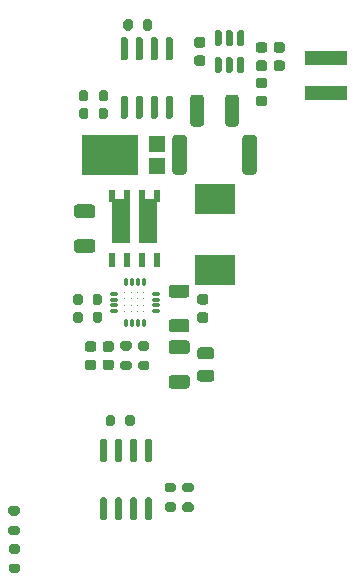
<source format=gtp>
G04 #@! TF.GenerationSoftware,KiCad,Pcbnew,9.0.1+1*
G04 #@! TF.CreationDate,2025-11-11T14:39:54+00:00*
G04 #@! TF.ProjectId,mppt-charge,6d707074-2d63-4686-9172-67652e6b6963,0.2*
G04 #@! TF.SameCoordinates,Original*
G04 #@! TF.FileFunction,Paste,Top*
G04 #@! TF.FilePolarity,Positive*
%FSLAX46Y46*%
G04 Gerber Fmt 4.6, Leading zero omitted, Abs format (unit mm)*
G04 Created by KiCad (PCBNEW 9.0.1+1) date 2025-11-11 14:39:54*
%MOMM*%
%LPD*%
G01*
G04 APERTURE LIST*
%ADD10R,3.600000X1.150000*%
%ADD11R,0.610000X1.270000*%
%ADD12R,1.650000X3.810000*%
%ADD13R,0.610000X1.020000*%
%ADD14R,3.500000X2.500000*%
%ADD15R,4.860000X3.360000*%
%ADD16R,1.400000X1.390000*%
%ADD17R,0.000001X0.000001*%
%ADD18O,0.800000X0.280000*%
%ADD19O,0.280000X0.800000*%
G04 APERTURE END LIST*
G36*
G01*
X105625000Y-98435000D02*
X106125000Y-98435000D01*
G75*
G02*
X106350000Y-98660000I0J-225000D01*
G01*
X106350000Y-99110000D01*
G75*
G02*
X106125000Y-99335000I-225000J0D01*
G01*
X105625000Y-99335000D01*
G75*
G02*
X105400000Y-99110000I0J225000D01*
G01*
X105400000Y-98660000D01*
G75*
G02*
X105625000Y-98435000I225000J0D01*
G01*
G37*
G36*
G01*
X105625000Y-99985000D02*
X106125000Y-99985000D01*
G75*
G02*
X106350000Y-100210000I0J-225000D01*
G01*
X106350000Y-100660000D01*
G75*
G02*
X106125000Y-100885000I-225000J0D01*
G01*
X105625000Y-100885000D01*
G75*
G02*
X105400000Y-100660000I0J225000D01*
G01*
X105400000Y-100210000D01*
G75*
G02*
X105625000Y-99985000I225000J0D01*
G01*
G37*
G36*
G01*
X111300000Y-84085000D02*
X111300000Y-81235000D01*
G75*
G02*
X111550000Y-80985000I250000J0D01*
G01*
X112275000Y-80985000D01*
G75*
G02*
X112525000Y-81235000I0J-250000D01*
G01*
X112525000Y-84085000D01*
G75*
G02*
X112275000Y-84335000I-250000J0D01*
G01*
X111550000Y-84335000D01*
G75*
G02*
X111300000Y-84085000I0J250000D01*
G01*
G37*
G36*
G01*
X117225000Y-84085000D02*
X117225000Y-81235000D01*
G75*
G02*
X117475000Y-80985000I250000J0D01*
G01*
X118200000Y-80985000D01*
G75*
G02*
X118450000Y-81235000I0J-250000D01*
G01*
X118450000Y-84085000D01*
G75*
G02*
X118200000Y-84335000I-250000J0D01*
G01*
X117475000Y-84335000D01*
G75*
G02*
X117225000Y-84085000I0J250000D01*
G01*
G37*
G36*
G01*
X107370000Y-79610000D02*
X107070000Y-79610000D01*
G75*
G02*
X106920000Y-79460000I0J150000D01*
G01*
X106920000Y-77810000D01*
G75*
G02*
X107070000Y-77660000I150000J0D01*
G01*
X107370000Y-77660000D01*
G75*
G02*
X107520000Y-77810000I0J-150000D01*
G01*
X107520000Y-79460000D01*
G75*
G02*
X107370000Y-79610000I-150000J0D01*
G01*
G37*
G36*
G01*
X108640000Y-79610000D02*
X108340000Y-79610000D01*
G75*
G02*
X108190000Y-79460000I0J150000D01*
G01*
X108190000Y-77810000D01*
G75*
G02*
X108340000Y-77660000I150000J0D01*
G01*
X108640000Y-77660000D01*
G75*
G02*
X108790000Y-77810000I0J-150000D01*
G01*
X108790000Y-79460000D01*
G75*
G02*
X108640000Y-79610000I-150000J0D01*
G01*
G37*
G36*
G01*
X109910000Y-79610000D02*
X109610000Y-79610000D01*
G75*
G02*
X109460000Y-79460000I0J150000D01*
G01*
X109460000Y-77810000D01*
G75*
G02*
X109610000Y-77660000I150000J0D01*
G01*
X109910000Y-77660000D01*
G75*
G02*
X110060000Y-77810000I0J-150000D01*
G01*
X110060000Y-79460000D01*
G75*
G02*
X109910000Y-79610000I-150000J0D01*
G01*
G37*
G36*
G01*
X111180000Y-79610000D02*
X110880000Y-79610000D01*
G75*
G02*
X110730000Y-79460000I0J150000D01*
G01*
X110730000Y-77810000D01*
G75*
G02*
X110880000Y-77660000I150000J0D01*
G01*
X111180000Y-77660000D01*
G75*
G02*
X111330000Y-77810000I0J-150000D01*
G01*
X111330000Y-79460000D01*
G75*
G02*
X111180000Y-79610000I-150000J0D01*
G01*
G37*
G36*
G01*
X111180000Y-74660000D02*
X110880000Y-74660000D01*
G75*
G02*
X110730000Y-74510000I0J150000D01*
G01*
X110730000Y-72860000D01*
G75*
G02*
X110880000Y-72710000I150000J0D01*
G01*
X111180000Y-72710000D01*
G75*
G02*
X111330000Y-72860000I0J-150000D01*
G01*
X111330000Y-74510000D01*
G75*
G02*
X111180000Y-74660000I-150000J0D01*
G01*
G37*
G36*
G01*
X109910000Y-74660000D02*
X109610000Y-74660000D01*
G75*
G02*
X109460000Y-74510000I0J150000D01*
G01*
X109460000Y-72860000D01*
G75*
G02*
X109610000Y-72710000I150000J0D01*
G01*
X109910000Y-72710000D01*
G75*
G02*
X110060000Y-72860000I0J-150000D01*
G01*
X110060000Y-74510000D01*
G75*
G02*
X109910000Y-74660000I-150000J0D01*
G01*
G37*
G36*
G01*
X108640000Y-74660000D02*
X108340000Y-74660000D01*
G75*
G02*
X108190000Y-74510000I0J150000D01*
G01*
X108190000Y-72860000D01*
G75*
G02*
X108340000Y-72710000I150000J0D01*
G01*
X108640000Y-72710000D01*
G75*
G02*
X108790000Y-72860000I0J-150000D01*
G01*
X108790000Y-74510000D01*
G75*
G02*
X108640000Y-74660000I-150000J0D01*
G01*
G37*
G36*
G01*
X107370000Y-74660000D02*
X107070000Y-74660000D01*
G75*
G02*
X106920000Y-74510000I0J150000D01*
G01*
X106920000Y-72860000D01*
G75*
G02*
X107070000Y-72710000I150000J0D01*
G01*
X107370000Y-72710000D01*
G75*
G02*
X107520000Y-72860000I0J-150000D01*
G01*
X107520000Y-74510000D01*
G75*
G02*
X107370000Y-74660000I-150000J0D01*
G01*
G37*
G36*
G01*
X97625000Y-112397500D02*
X98175000Y-112397500D01*
G75*
G02*
X98375000Y-112597500I0J-200000D01*
G01*
X98375000Y-112997500D01*
G75*
G02*
X98175000Y-113197500I-200000J0D01*
G01*
X97625000Y-113197500D01*
G75*
G02*
X97425000Y-112997500I0J200000D01*
G01*
X97425000Y-112597500D01*
G75*
G02*
X97625000Y-112397500I200000J0D01*
G01*
G37*
G36*
G01*
X97625000Y-114047500D02*
X98175000Y-114047500D01*
G75*
G02*
X98375000Y-114247500I0J-200000D01*
G01*
X98375000Y-114647500D01*
G75*
G02*
X98175000Y-114847500I-200000J0D01*
G01*
X97625000Y-114847500D01*
G75*
G02*
X97425000Y-114647500I0J200000D01*
G01*
X97425000Y-114247500D01*
G75*
G02*
X97625000Y-114047500I200000J0D01*
G01*
G37*
G36*
G01*
X97650000Y-115610000D02*
X98200000Y-115610000D01*
G75*
G02*
X98400000Y-115810000I0J-200000D01*
G01*
X98400000Y-116210000D01*
G75*
G02*
X98200000Y-116410000I-200000J0D01*
G01*
X97650000Y-116410000D01*
G75*
G02*
X97450000Y-116210000I0J200000D01*
G01*
X97450000Y-115810000D01*
G75*
G02*
X97650000Y-115610000I200000J0D01*
G01*
G37*
G36*
G01*
X97650000Y-117260000D02*
X98200000Y-117260000D01*
G75*
G02*
X98400000Y-117460000I0J-200000D01*
G01*
X98400000Y-117860000D01*
G75*
G02*
X98200000Y-118060000I-200000J0D01*
G01*
X97650000Y-118060000D01*
G75*
G02*
X97450000Y-117860000I0J200000D01*
G01*
X97450000Y-117460000D01*
G75*
G02*
X97650000Y-117260000I200000J0D01*
G01*
G37*
G36*
G01*
X113875000Y-75135000D02*
X113375000Y-75135000D01*
G75*
G02*
X113150000Y-74910000I0J225000D01*
G01*
X113150000Y-74460000D01*
G75*
G02*
X113375000Y-74235000I225000J0D01*
G01*
X113875000Y-74235000D01*
G75*
G02*
X114100000Y-74460000I0J-225000D01*
G01*
X114100000Y-74910000D01*
G75*
G02*
X113875000Y-75135000I-225000J0D01*
G01*
G37*
G36*
G01*
X113875000Y-73585000D02*
X113375000Y-73585000D01*
G75*
G02*
X113150000Y-73360000I0J225000D01*
G01*
X113150000Y-72910000D01*
G75*
G02*
X113375000Y-72685000I225000J0D01*
G01*
X113875000Y-72685000D01*
G75*
G02*
X114100000Y-72910000I0J-225000D01*
G01*
X114100000Y-73360000D01*
G75*
G02*
X113875000Y-73585000I-225000J0D01*
G01*
G37*
D10*
X124275000Y-77385000D03*
X124275000Y-74435000D03*
G36*
G01*
X112525000Y-102460000D02*
X111225000Y-102460000D01*
G75*
G02*
X110975000Y-102210000I0J250000D01*
G01*
X110975000Y-101560000D01*
G75*
G02*
X111225000Y-101310000I250000J0D01*
G01*
X112525000Y-101310000D01*
G75*
G02*
X112775000Y-101560000I0J-250000D01*
G01*
X112775000Y-102210000D01*
G75*
G02*
X112525000Y-102460000I-250000J0D01*
G01*
G37*
G36*
G01*
X112525000Y-99510000D02*
X111225000Y-99510000D01*
G75*
G02*
X110975000Y-99260000I0J250000D01*
G01*
X110975000Y-98610000D01*
G75*
G02*
X111225000Y-98360000I250000J0D01*
G01*
X112525000Y-98360000D01*
G75*
G02*
X112775000Y-98610000I0J-250000D01*
G01*
X112775000Y-99260000D01*
G75*
G02*
X112525000Y-99510000I-250000J0D01*
G01*
G37*
G36*
G01*
X102900000Y-95185000D02*
X102900000Y-94635000D01*
G75*
G02*
X103100000Y-94435000I200000J0D01*
G01*
X103500000Y-94435000D01*
G75*
G02*
X103700000Y-94635000I0J-200000D01*
G01*
X103700000Y-95185000D01*
G75*
G02*
X103500000Y-95385000I-200000J0D01*
G01*
X103100000Y-95385000D01*
G75*
G02*
X102900000Y-95185000I0J200000D01*
G01*
G37*
G36*
G01*
X104550000Y-95185000D02*
X104550000Y-94635000D01*
G75*
G02*
X104750000Y-94435000I200000J0D01*
G01*
X105150000Y-94435000D01*
G75*
G02*
X105350000Y-94635000I0J-200000D01*
G01*
X105350000Y-95185000D01*
G75*
G02*
X105150000Y-95385000I-200000J0D01*
G01*
X104750000Y-95385000D01*
G75*
G02*
X104550000Y-95185000I0J200000D01*
G01*
G37*
G36*
G01*
X105620000Y-113610000D02*
X105320000Y-113610000D01*
G75*
G02*
X105170000Y-113460000I0J150000D01*
G01*
X105170000Y-111810000D01*
G75*
G02*
X105320000Y-111660000I150000J0D01*
G01*
X105620000Y-111660000D01*
G75*
G02*
X105770000Y-111810000I0J-150000D01*
G01*
X105770000Y-113460000D01*
G75*
G02*
X105620000Y-113610000I-150000J0D01*
G01*
G37*
G36*
G01*
X106890000Y-113610000D02*
X106590000Y-113610000D01*
G75*
G02*
X106440000Y-113460000I0J150000D01*
G01*
X106440000Y-111810000D01*
G75*
G02*
X106590000Y-111660000I150000J0D01*
G01*
X106890000Y-111660000D01*
G75*
G02*
X107040000Y-111810000I0J-150000D01*
G01*
X107040000Y-113460000D01*
G75*
G02*
X106890000Y-113610000I-150000J0D01*
G01*
G37*
G36*
G01*
X108160000Y-113610000D02*
X107860000Y-113610000D01*
G75*
G02*
X107710000Y-113460000I0J150000D01*
G01*
X107710000Y-111810000D01*
G75*
G02*
X107860000Y-111660000I150000J0D01*
G01*
X108160000Y-111660000D01*
G75*
G02*
X108310000Y-111810000I0J-150000D01*
G01*
X108310000Y-113460000D01*
G75*
G02*
X108160000Y-113610000I-150000J0D01*
G01*
G37*
G36*
G01*
X109430000Y-113610000D02*
X109130000Y-113610000D01*
G75*
G02*
X108980000Y-113460000I0J150000D01*
G01*
X108980000Y-111810000D01*
G75*
G02*
X109130000Y-111660000I150000J0D01*
G01*
X109430000Y-111660000D01*
G75*
G02*
X109580000Y-111810000I0J-150000D01*
G01*
X109580000Y-113460000D01*
G75*
G02*
X109430000Y-113610000I-150000J0D01*
G01*
G37*
G36*
G01*
X109430000Y-108660000D02*
X109130000Y-108660000D01*
G75*
G02*
X108980000Y-108510000I0J150000D01*
G01*
X108980000Y-106860000D01*
G75*
G02*
X109130000Y-106710000I150000J0D01*
G01*
X109430000Y-106710000D01*
G75*
G02*
X109580000Y-106860000I0J-150000D01*
G01*
X109580000Y-108510000D01*
G75*
G02*
X109430000Y-108660000I-150000J0D01*
G01*
G37*
G36*
G01*
X108160000Y-108660000D02*
X107860000Y-108660000D01*
G75*
G02*
X107710000Y-108510000I0J150000D01*
G01*
X107710000Y-106860000D01*
G75*
G02*
X107860000Y-106710000I150000J0D01*
G01*
X108160000Y-106710000D01*
G75*
G02*
X108310000Y-106860000I0J-150000D01*
G01*
X108310000Y-108510000D01*
G75*
G02*
X108160000Y-108660000I-150000J0D01*
G01*
G37*
G36*
G01*
X106890000Y-108660000D02*
X106590000Y-108660000D01*
G75*
G02*
X106440000Y-108510000I0J150000D01*
G01*
X106440000Y-106860000D01*
G75*
G02*
X106590000Y-106710000I150000J0D01*
G01*
X106890000Y-106710000D01*
G75*
G02*
X107040000Y-106860000I0J-150000D01*
G01*
X107040000Y-108510000D01*
G75*
G02*
X106890000Y-108660000I-150000J0D01*
G01*
G37*
G36*
G01*
X105620000Y-108660000D02*
X105320000Y-108660000D01*
G75*
G02*
X105170000Y-108510000I0J150000D01*
G01*
X105170000Y-106860000D01*
G75*
G02*
X105320000Y-106710000I150000J0D01*
G01*
X105620000Y-106710000D01*
G75*
G02*
X105770000Y-106860000I0J-150000D01*
G01*
X105770000Y-108510000D01*
G75*
G02*
X105620000Y-108660000I-150000J0D01*
G01*
G37*
G36*
G01*
X104125000Y-98435000D02*
X104625000Y-98435000D01*
G75*
G02*
X104850000Y-98660000I0J-225000D01*
G01*
X104850000Y-99110000D01*
G75*
G02*
X104625000Y-99335000I-225000J0D01*
G01*
X104125000Y-99335000D01*
G75*
G02*
X103900000Y-99110000I0J225000D01*
G01*
X103900000Y-98660000D01*
G75*
G02*
X104125000Y-98435000I225000J0D01*
G01*
G37*
G36*
G01*
X104125000Y-99985000D02*
X104625000Y-99985000D01*
G75*
G02*
X104850000Y-100210000I0J-225000D01*
G01*
X104850000Y-100660000D01*
G75*
G02*
X104625000Y-100885000I-225000J0D01*
G01*
X104125000Y-100885000D01*
G75*
G02*
X103900000Y-100660000I0J225000D01*
G01*
X103900000Y-100210000D01*
G75*
G02*
X104125000Y-99985000I225000J0D01*
G01*
G37*
G36*
G01*
X105850000Y-78885000D02*
X105850000Y-79435000D01*
G75*
G02*
X105650000Y-79635000I-200000J0D01*
G01*
X105250000Y-79635000D01*
G75*
G02*
X105050000Y-79435000I0J200000D01*
G01*
X105050000Y-78885000D01*
G75*
G02*
X105250000Y-78685000I200000J0D01*
G01*
X105650000Y-78685000D01*
G75*
G02*
X105850000Y-78885000I0J-200000D01*
G01*
G37*
G36*
G01*
X104200000Y-78885000D02*
X104200000Y-79435000D01*
G75*
G02*
X104000000Y-79635000I-200000J0D01*
G01*
X103600000Y-79635000D01*
G75*
G02*
X103400000Y-79435000I0J200000D01*
G01*
X103400000Y-78885000D01*
G75*
G02*
X103600000Y-78685000I200000J0D01*
G01*
X104000000Y-78685000D01*
G75*
G02*
X104200000Y-78885000I0J-200000D01*
G01*
G37*
G36*
G01*
X116925000Y-77810000D02*
X116925000Y-80010000D01*
G75*
G02*
X116675000Y-80260000I-250000J0D01*
G01*
X116025000Y-80260000D01*
G75*
G02*
X115775000Y-80010000I0J250000D01*
G01*
X115775000Y-77810000D01*
G75*
G02*
X116025000Y-77560000I250000J0D01*
G01*
X116675000Y-77560000D01*
G75*
G02*
X116925000Y-77810000I0J-250000D01*
G01*
G37*
G36*
G01*
X113975000Y-77810000D02*
X113975000Y-80010000D01*
G75*
G02*
X113725000Y-80260000I-250000J0D01*
G01*
X113075000Y-80260000D01*
G75*
G02*
X112825000Y-80010000I0J250000D01*
G01*
X112825000Y-77810000D01*
G75*
G02*
X113075000Y-77560000I250000J0D01*
G01*
X113725000Y-77560000D01*
G75*
G02*
X113975000Y-77810000I0J-250000D01*
G01*
G37*
D11*
X106220000Y-91580000D03*
X107490000Y-91580000D03*
X108760000Y-91580000D03*
X110030000Y-91580000D03*
D12*
X109255000Y-88220000D03*
D13*
X110030000Y-86115000D03*
X108760000Y-86115000D03*
X107490000Y-86115000D03*
D12*
X106995000Y-88220000D03*
D13*
X106220000Y-86115000D03*
G36*
G01*
X108600000Y-98435000D02*
X109150000Y-98435000D01*
G75*
G02*
X109350000Y-98635000I0J-200000D01*
G01*
X109350000Y-99035000D01*
G75*
G02*
X109150000Y-99235000I-200000J0D01*
G01*
X108600000Y-99235000D01*
G75*
G02*
X108400000Y-99035000I0J200000D01*
G01*
X108400000Y-98635000D01*
G75*
G02*
X108600000Y-98435000I200000J0D01*
G01*
G37*
G36*
G01*
X108600000Y-100085000D02*
X109150000Y-100085000D01*
G75*
G02*
X109350000Y-100285000I0J-200000D01*
G01*
X109350000Y-100685000D01*
G75*
G02*
X109150000Y-100885000I-200000J0D01*
G01*
X108600000Y-100885000D01*
G75*
G02*
X108400000Y-100685000I0J200000D01*
G01*
X108400000Y-100285000D01*
G75*
G02*
X108600000Y-100085000I200000J0D01*
G01*
G37*
G36*
G01*
X109600000Y-71385000D02*
X109600000Y-71935000D01*
G75*
G02*
X109400000Y-72135000I-200000J0D01*
G01*
X109000000Y-72135000D01*
G75*
G02*
X108800000Y-71935000I0J200000D01*
G01*
X108800000Y-71385000D01*
G75*
G02*
X109000000Y-71185000I200000J0D01*
G01*
X109400000Y-71185000D01*
G75*
G02*
X109600000Y-71385000I0J-200000D01*
G01*
G37*
G36*
G01*
X107950000Y-71385000D02*
X107950000Y-71935000D01*
G75*
G02*
X107750000Y-72135000I-200000J0D01*
G01*
X107350000Y-72135000D01*
G75*
G02*
X107150000Y-71935000I0J200000D01*
G01*
X107150000Y-71385000D01*
G75*
G02*
X107350000Y-71185000I200000J0D01*
G01*
X107750000Y-71185000D01*
G75*
G02*
X107950000Y-71385000I0J-200000D01*
G01*
G37*
G36*
G01*
X112500000Y-97685000D02*
X111250000Y-97685000D01*
G75*
G02*
X111000000Y-97435000I0J250000D01*
G01*
X111000000Y-96810000D01*
G75*
G02*
X111250000Y-96560000I250000J0D01*
G01*
X112500000Y-96560000D01*
G75*
G02*
X112750000Y-96810000I0J-250000D01*
G01*
X112750000Y-97435000D01*
G75*
G02*
X112500000Y-97685000I-250000J0D01*
G01*
G37*
G36*
G01*
X112500000Y-94760000D02*
X111250000Y-94760000D01*
G75*
G02*
X111000000Y-94510000I0J250000D01*
G01*
X111000000Y-93885000D01*
G75*
G02*
X111250000Y-93635000I250000J0D01*
G01*
X112500000Y-93635000D01*
G75*
G02*
X112750000Y-93885000I0J-250000D01*
G01*
X112750000Y-94510000D01*
G75*
G02*
X112500000Y-94760000I-250000J0D01*
G01*
G37*
G36*
G01*
X116925000Y-72110000D02*
X117225000Y-72110000D01*
G75*
G02*
X117375000Y-72260000I0J-150000D01*
G01*
X117375000Y-73285000D01*
G75*
G02*
X117225000Y-73435000I-150000J0D01*
G01*
X116925000Y-73435000D01*
G75*
G02*
X116775000Y-73285000I0J150000D01*
G01*
X116775000Y-72260000D01*
G75*
G02*
X116925000Y-72110000I150000J0D01*
G01*
G37*
G36*
G01*
X115975000Y-72110000D02*
X116275000Y-72110000D01*
G75*
G02*
X116425000Y-72260000I0J-150000D01*
G01*
X116425000Y-73285000D01*
G75*
G02*
X116275000Y-73435000I-150000J0D01*
G01*
X115975000Y-73435000D01*
G75*
G02*
X115825000Y-73285000I0J150000D01*
G01*
X115825000Y-72260000D01*
G75*
G02*
X115975000Y-72110000I150000J0D01*
G01*
G37*
G36*
G01*
X115025000Y-72110000D02*
X115325000Y-72110000D01*
G75*
G02*
X115475000Y-72260000I0J-150000D01*
G01*
X115475000Y-73285000D01*
G75*
G02*
X115325000Y-73435000I-150000J0D01*
G01*
X115025000Y-73435000D01*
G75*
G02*
X114875000Y-73285000I0J150000D01*
G01*
X114875000Y-72260000D01*
G75*
G02*
X115025000Y-72110000I150000J0D01*
G01*
G37*
G36*
G01*
X115025000Y-74385000D02*
X115325000Y-74385000D01*
G75*
G02*
X115475000Y-74535000I0J-150000D01*
G01*
X115475000Y-75560000D01*
G75*
G02*
X115325000Y-75710000I-150000J0D01*
G01*
X115025000Y-75710000D01*
G75*
G02*
X114875000Y-75560000I0J150000D01*
G01*
X114875000Y-74535000D01*
G75*
G02*
X115025000Y-74385000I150000J0D01*
G01*
G37*
G36*
G01*
X115975000Y-74385000D02*
X116275000Y-74385000D01*
G75*
G02*
X116425000Y-74535000I0J-150000D01*
G01*
X116425000Y-75560000D01*
G75*
G02*
X116275000Y-75710000I-150000J0D01*
G01*
X115975000Y-75710000D01*
G75*
G02*
X115825000Y-75560000I0J150000D01*
G01*
X115825000Y-74535000D01*
G75*
G02*
X115975000Y-74385000I150000J0D01*
G01*
G37*
G36*
G01*
X116925000Y-74385000D02*
X117225000Y-74385000D01*
G75*
G02*
X117375000Y-74535000I0J-150000D01*
G01*
X117375000Y-75560000D01*
G75*
G02*
X117225000Y-75710000I-150000J0D01*
G01*
X116925000Y-75710000D01*
G75*
G02*
X116775000Y-75560000I0J150000D01*
G01*
X116775000Y-74535000D01*
G75*
G02*
X116925000Y-74385000I150000J0D01*
G01*
G37*
G36*
G01*
X105350000Y-96135000D02*
X105350000Y-96685000D01*
G75*
G02*
X105150000Y-96885000I-200000J0D01*
G01*
X104750000Y-96885000D01*
G75*
G02*
X104550000Y-96685000I0J200000D01*
G01*
X104550000Y-96135000D01*
G75*
G02*
X104750000Y-95935000I200000J0D01*
G01*
X105150000Y-95935000D01*
G75*
G02*
X105350000Y-96135000I0J-200000D01*
G01*
G37*
G36*
G01*
X103700000Y-96135000D02*
X103700000Y-96685000D01*
G75*
G02*
X103500000Y-96885000I-200000J0D01*
G01*
X103100000Y-96885000D01*
G75*
G02*
X102900000Y-96685000I0J200000D01*
G01*
X102900000Y-96135000D01*
G75*
G02*
X103100000Y-95935000I200000J0D01*
G01*
X103500000Y-95935000D01*
G75*
G02*
X103700000Y-96135000I0J-200000D01*
G01*
G37*
G36*
G01*
X119100000Y-75560000D02*
X118600000Y-75560000D01*
G75*
G02*
X118375000Y-75335000I0J225000D01*
G01*
X118375000Y-74885000D01*
G75*
G02*
X118600000Y-74660000I225000J0D01*
G01*
X119100000Y-74660000D01*
G75*
G02*
X119325000Y-74885000I0J-225000D01*
G01*
X119325000Y-75335000D01*
G75*
G02*
X119100000Y-75560000I-225000J0D01*
G01*
G37*
G36*
G01*
X119100000Y-74010000D02*
X118600000Y-74010000D01*
G75*
G02*
X118375000Y-73785000I0J225000D01*
G01*
X118375000Y-73335000D01*
G75*
G02*
X118600000Y-73110000I225000J0D01*
G01*
X119100000Y-73110000D01*
G75*
G02*
X119325000Y-73335000I0J-225000D01*
G01*
X119325000Y-73785000D01*
G75*
G02*
X119100000Y-74010000I-225000J0D01*
G01*
G37*
D14*
X114875000Y-86410000D03*
X114875000Y-92410000D03*
G36*
G01*
X107650000Y-100885000D02*
X107100000Y-100885000D01*
G75*
G02*
X106900000Y-100685000I0J200000D01*
G01*
X106900000Y-100285000D01*
G75*
G02*
X107100000Y-100085000I200000J0D01*
G01*
X107650000Y-100085000D01*
G75*
G02*
X107850000Y-100285000I0J-200000D01*
G01*
X107850000Y-100685000D01*
G75*
G02*
X107650000Y-100885000I-200000J0D01*
G01*
G37*
G36*
G01*
X107650000Y-99235000D02*
X107100000Y-99235000D01*
G75*
G02*
X106900000Y-99035000I0J200000D01*
G01*
X106900000Y-98635000D01*
G75*
G02*
X107100000Y-98435000I200000J0D01*
G01*
X107650000Y-98435000D01*
G75*
G02*
X107850000Y-98635000I0J-200000D01*
G01*
X107850000Y-99035000D01*
G75*
G02*
X107650000Y-99235000I-200000J0D01*
G01*
G37*
G36*
G01*
X103400000Y-77935000D02*
X103400000Y-77385000D01*
G75*
G02*
X103600000Y-77185000I200000J0D01*
G01*
X104000000Y-77185000D01*
G75*
G02*
X104200000Y-77385000I0J-200000D01*
G01*
X104200000Y-77935000D01*
G75*
G02*
X104000000Y-78135000I-200000J0D01*
G01*
X103600000Y-78135000D01*
G75*
G02*
X103400000Y-77935000I0J200000D01*
G01*
G37*
G36*
G01*
X105050000Y-77935000D02*
X105050000Y-77385000D01*
G75*
G02*
X105250000Y-77185000I200000J0D01*
G01*
X105650000Y-77185000D01*
G75*
G02*
X105850000Y-77385000I0J-200000D01*
G01*
X105850000Y-77935000D01*
G75*
G02*
X105650000Y-78135000I-200000J0D01*
G01*
X105250000Y-78135000D01*
G75*
G02*
X105050000Y-77935000I0J200000D01*
G01*
G37*
G36*
G01*
X119100000Y-78560000D02*
X118600000Y-78560000D01*
G75*
G02*
X118375000Y-78335000I0J225000D01*
G01*
X118375000Y-77885000D01*
G75*
G02*
X118600000Y-77660000I225000J0D01*
G01*
X119100000Y-77660000D01*
G75*
G02*
X119325000Y-77885000I0J-225000D01*
G01*
X119325000Y-78335000D01*
G75*
G02*
X119100000Y-78560000I-225000J0D01*
G01*
G37*
G36*
G01*
X119100000Y-77010000D02*
X118600000Y-77010000D01*
G75*
G02*
X118375000Y-76785000I0J225000D01*
G01*
X118375000Y-76335000D01*
G75*
G02*
X118600000Y-76110000I225000J0D01*
G01*
X119100000Y-76110000D01*
G75*
G02*
X119325000Y-76335000I0J-225000D01*
G01*
X119325000Y-76785000D01*
G75*
G02*
X119100000Y-77010000I-225000J0D01*
G01*
G37*
G36*
G01*
X114600000Y-101860000D02*
X113650000Y-101860000D01*
G75*
G02*
X113400000Y-101610000I0J250000D01*
G01*
X113400000Y-101110000D01*
G75*
G02*
X113650000Y-100860000I250000J0D01*
G01*
X114600000Y-100860000D01*
G75*
G02*
X114850000Y-101110000I0J-250000D01*
G01*
X114850000Y-101610000D01*
G75*
G02*
X114600000Y-101860000I-250000J0D01*
G01*
G37*
G36*
G01*
X114600000Y-99960000D02*
X113650000Y-99960000D01*
G75*
G02*
X113400000Y-99710000I0J250000D01*
G01*
X113400000Y-99210000D01*
G75*
G02*
X113650000Y-98960000I250000J0D01*
G01*
X114600000Y-98960000D01*
G75*
G02*
X114850000Y-99210000I0J-250000D01*
G01*
X114850000Y-99710000D01*
G75*
G02*
X114600000Y-99960000I-250000J0D01*
G01*
G37*
G36*
G01*
X111400000Y-112885000D02*
X110850000Y-112885000D01*
G75*
G02*
X110650000Y-112685000I0J200000D01*
G01*
X110650000Y-112285000D01*
G75*
G02*
X110850000Y-112085000I200000J0D01*
G01*
X111400000Y-112085000D01*
G75*
G02*
X111600000Y-112285000I0J-200000D01*
G01*
X111600000Y-112685000D01*
G75*
G02*
X111400000Y-112885000I-200000J0D01*
G01*
G37*
G36*
G01*
X111400000Y-111235000D02*
X110850000Y-111235000D01*
G75*
G02*
X110650000Y-111035000I0J200000D01*
G01*
X110650000Y-110635000D01*
G75*
G02*
X110850000Y-110435000I200000J0D01*
G01*
X111400000Y-110435000D01*
G75*
G02*
X111600000Y-110635000I0J-200000D01*
G01*
X111600000Y-111035000D01*
G75*
G02*
X111400000Y-111235000I-200000J0D01*
G01*
G37*
G36*
G01*
X112350000Y-110435000D02*
X112900000Y-110435000D01*
G75*
G02*
X113100000Y-110635000I0J-200000D01*
G01*
X113100000Y-111035000D01*
G75*
G02*
X112900000Y-111235000I-200000J0D01*
G01*
X112350000Y-111235000D01*
G75*
G02*
X112150000Y-111035000I0J200000D01*
G01*
X112150000Y-110635000D01*
G75*
G02*
X112350000Y-110435000I200000J0D01*
G01*
G37*
G36*
G01*
X112350000Y-112085000D02*
X112900000Y-112085000D01*
G75*
G02*
X113100000Y-112285000I0J-200000D01*
G01*
X113100000Y-112685000D01*
G75*
G02*
X112900000Y-112885000I-200000J0D01*
G01*
X112350000Y-112885000D01*
G75*
G02*
X112150000Y-112685000I0J200000D01*
G01*
X112150000Y-112285000D01*
G75*
G02*
X112350000Y-112085000I200000J0D01*
G01*
G37*
G36*
G01*
X113625000Y-94435000D02*
X114125000Y-94435000D01*
G75*
G02*
X114350000Y-94660000I0J-225000D01*
G01*
X114350000Y-95110000D01*
G75*
G02*
X114125000Y-95335000I-225000J0D01*
G01*
X113625000Y-95335000D01*
G75*
G02*
X113400000Y-95110000I0J225000D01*
G01*
X113400000Y-94660000D01*
G75*
G02*
X113625000Y-94435000I225000J0D01*
G01*
G37*
G36*
G01*
X113625000Y-95985000D02*
X114125000Y-95985000D01*
G75*
G02*
X114350000Y-96210000I0J-225000D01*
G01*
X114350000Y-96660000D01*
G75*
G02*
X114125000Y-96885000I-225000J0D01*
G01*
X113625000Y-96885000D01*
G75*
G02*
X113400000Y-96660000I0J225000D01*
G01*
X113400000Y-96210000D01*
G75*
G02*
X113625000Y-95985000I225000J0D01*
G01*
G37*
G36*
G01*
X104525000Y-90960000D02*
X103225000Y-90960000D01*
G75*
G02*
X102975000Y-90710000I0J250000D01*
G01*
X102975000Y-90060000D01*
G75*
G02*
X103225000Y-89810000I250000J0D01*
G01*
X104525000Y-89810000D01*
G75*
G02*
X104775000Y-90060000I0J-250000D01*
G01*
X104775000Y-90710000D01*
G75*
G02*
X104525000Y-90960000I-250000J0D01*
G01*
G37*
G36*
G01*
X104525000Y-88010000D02*
X103225000Y-88010000D01*
G75*
G02*
X102975000Y-87760000I0J250000D01*
G01*
X102975000Y-87110000D01*
G75*
G02*
X103225000Y-86860000I250000J0D01*
G01*
X104525000Y-86860000D01*
G75*
G02*
X104775000Y-87110000I0J-250000D01*
G01*
X104775000Y-87760000D01*
G75*
G02*
X104525000Y-88010000I-250000J0D01*
G01*
G37*
G36*
G01*
X108100000Y-104885000D02*
X108100000Y-105435000D01*
G75*
G02*
X107900000Y-105635000I-200000J0D01*
G01*
X107500000Y-105635000D01*
G75*
G02*
X107300000Y-105435000I0J200000D01*
G01*
X107300000Y-104885000D01*
G75*
G02*
X107500000Y-104685000I200000J0D01*
G01*
X107900000Y-104685000D01*
G75*
G02*
X108100000Y-104885000I0J-200000D01*
G01*
G37*
G36*
G01*
X106450000Y-104885000D02*
X106450000Y-105435000D01*
G75*
G02*
X106250000Y-105635000I-200000J0D01*
G01*
X105850000Y-105635000D01*
G75*
G02*
X105650000Y-105435000I0J200000D01*
G01*
X105650000Y-104885000D01*
G75*
G02*
X105850000Y-104685000I200000J0D01*
G01*
X106250000Y-104685000D01*
G75*
G02*
X106450000Y-104885000I0J-200000D01*
G01*
G37*
G36*
G01*
X120600000Y-75560000D02*
X120100000Y-75560000D01*
G75*
G02*
X119875000Y-75335000I0J225000D01*
G01*
X119875000Y-74885000D01*
G75*
G02*
X120100000Y-74660000I225000J0D01*
G01*
X120600000Y-74660000D01*
G75*
G02*
X120825000Y-74885000I0J-225000D01*
G01*
X120825000Y-75335000D01*
G75*
G02*
X120600000Y-75560000I-225000J0D01*
G01*
G37*
G36*
G01*
X120600000Y-74010000D02*
X120100000Y-74010000D01*
G75*
G02*
X119875000Y-73785000I0J225000D01*
G01*
X119875000Y-73335000D01*
G75*
G02*
X120100000Y-73110000I225000J0D01*
G01*
X120600000Y-73110000D01*
G75*
G02*
X120825000Y-73335000I0J-225000D01*
G01*
X120825000Y-73785000D01*
G75*
G02*
X120600000Y-74010000I-225000J0D01*
G01*
G37*
D15*
X106005000Y-82660000D03*
D16*
X109987000Y-81740000D03*
X109987000Y-83580000D03*
D17*
X107322500Y-94357500D03*
X107322500Y-94892500D03*
X107322500Y-95427500D03*
X107322500Y-95962500D03*
X107857500Y-94357500D03*
X107857500Y-94892500D03*
X107857500Y-95427500D03*
X107857500Y-95962500D03*
X108392500Y-94357500D03*
X108392500Y-94892500D03*
X108392500Y-95427500D03*
X108392500Y-95962500D03*
X108927500Y-94357500D03*
X108927500Y-94892500D03*
X108927500Y-95427500D03*
X108927500Y-95962500D03*
D18*
X106375000Y-94410000D03*
X106375000Y-94910000D03*
X106375000Y-95410000D03*
X106375000Y-95910000D03*
D19*
X107375000Y-96910000D03*
X107875000Y-96910000D03*
X108375000Y-96910000D03*
X108875000Y-96910000D03*
D18*
X109875000Y-95910000D03*
X109875000Y-95410000D03*
X109875000Y-94910000D03*
X109875000Y-94410000D03*
D19*
X108875000Y-93410000D03*
X108375000Y-93410000D03*
X107875000Y-93410000D03*
X107375000Y-93410000D03*
M02*

</source>
